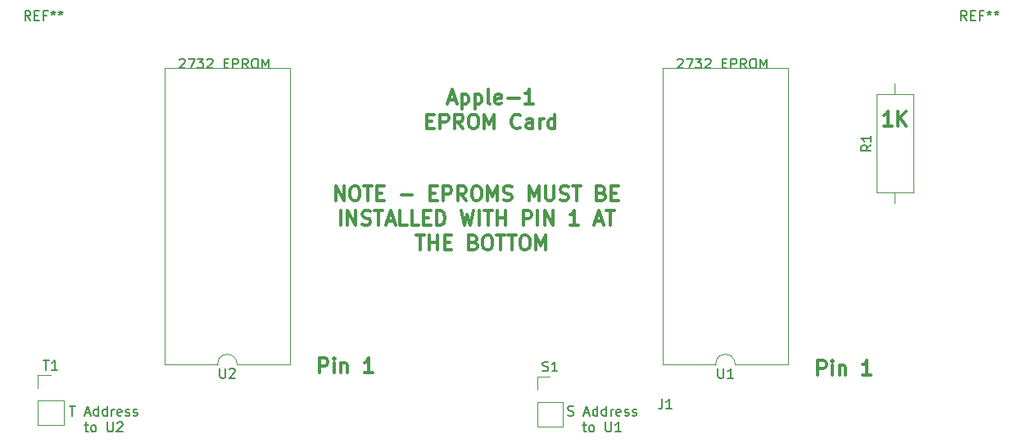
<source format=gto>
G04 #@! TF.GenerationSoftware,KiCad,Pcbnew,(5.1.12)-1*
G04 #@! TF.CreationDate,2022-10-28T14:48:17+01:00*
G04 #@! TF.ProjectId,Apple-1 EPROM,4170706c-652d-4312-9045-50524f4d2e6b,rev?*
G04 #@! TF.SameCoordinates,Original*
G04 #@! TF.FileFunction,Legend,Top*
G04 #@! TF.FilePolarity,Positive*
%FSLAX46Y46*%
G04 Gerber Fmt 4.6, Leading zero omitted, Abs format (unit mm)*
G04 Created by KiCad (PCBNEW (5.1.12)-1) date 2022-10-28 14:48:17*
%MOMM*%
%LPD*%
G01*
G04 APERTURE LIST*
%ADD10C,0.300000*%
%ADD11C,0.150000*%
%ADD12C,0.120000*%
%ADD13C,3.200000*%
%ADD14R,1.700000X1.700000*%
%ADD15O,1.700000X1.700000*%
%ADD16R,1.600000X1.600000*%
%ADD17O,1.600000X1.600000*%
%ADD18C,2.400000*%
%ADD19O,2.400000X2.400000*%
%ADD20R,2.540000X10.000000*%
G04 APERTURE END LIST*
D10*
X145311914Y-131036031D02*
X145311914Y-129536031D01*
X145883342Y-129536031D01*
X146026200Y-129607460D01*
X146097628Y-129678888D01*
X146169057Y-129821745D01*
X146169057Y-130036031D01*
X146097628Y-130178888D01*
X146026200Y-130250317D01*
X145883342Y-130321745D01*
X145311914Y-130321745D01*
X146811914Y-131036031D02*
X146811914Y-130036031D01*
X146811914Y-129536031D02*
X146740485Y-129607460D01*
X146811914Y-129678888D01*
X146883342Y-129607460D01*
X146811914Y-129536031D01*
X146811914Y-129678888D01*
X147526200Y-130036031D02*
X147526200Y-131036031D01*
X147526200Y-130178888D02*
X147597628Y-130107460D01*
X147740485Y-130036031D01*
X147954771Y-130036031D01*
X148097628Y-130107460D01*
X148169057Y-130250317D01*
X148169057Y-131036031D01*
X150811914Y-131036031D02*
X149954771Y-131036031D01*
X150383342Y-131036031D02*
X150383342Y-129536031D01*
X150240485Y-129750317D01*
X150097628Y-129893174D01*
X149954771Y-129964602D01*
X196811914Y-131286031D02*
X196811914Y-129786031D01*
X197383342Y-129786031D01*
X197526200Y-129857460D01*
X197597628Y-129928888D01*
X197669057Y-130071745D01*
X197669057Y-130286031D01*
X197597628Y-130428888D01*
X197526200Y-130500317D01*
X197383342Y-130571745D01*
X196811914Y-130571745D01*
X198311914Y-131286031D02*
X198311914Y-130286031D01*
X198311914Y-129786031D02*
X198240485Y-129857460D01*
X198311914Y-129928888D01*
X198383342Y-129857460D01*
X198311914Y-129786031D01*
X198311914Y-129928888D01*
X199026200Y-130286031D02*
X199026200Y-131286031D01*
X199026200Y-130428888D02*
X199097628Y-130357460D01*
X199240485Y-130286031D01*
X199454771Y-130286031D01*
X199597628Y-130357460D01*
X199669057Y-130500317D01*
X199669057Y-131286031D01*
X202311914Y-131286031D02*
X201454771Y-131286031D01*
X201883342Y-131286031D02*
X201883342Y-129786031D01*
X201740485Y-130000317D01*
X201597628Y-130143174D01*
X201454771Y-130214602D01*
X146954771Y-113236031D02*
X146954771Y-111736031D01*
X147811914Y-113236031D01*
X147811914Y-111736031D01*
X148811914Y-111736031D02*
X149097628Y-111736031D01*
X149240485Y-111807460D01*
X149383342Y-111950317D01*
X149454771Y-112236031D01*
X149454771Y-112736031D01*
X149383342Y-113021745D01*
X149240485Y-113164602D01*
X149097628Y-113236031D01*
X148811914Y-113236031D01*
X148669057Y-113164602D01*
X148526200Y-113021745D01*
X148454771Y-112736031D01*
X148454771Y-112236031D01*
X148526200Y-111950317D01*
X148669057Y-111807460D01*
X148811914Y-111736031D01*
X149883342Y-111736031D02*
X150740485Y-111736031D01*
X150311914Y-113236031D02*
X150311914Y-111736031D01*
X151240485Y-112450317D02*
X151740485Y-112450317D01*
X151954771Y-113236031D02*
X151240485Y-113236031D01*
X151240485Y-111736031D01*
X151954771Y-111736031D01*
X153740485Y-112664602D02*
X154883342Y-112664602D01*
X156740485Y-112450317D02*
X157240485Y-112450317D01*
X157454771Y-113236031D02*
X156740485Y-113236031D01*
X156740485Y-111736031D01*
X157454771Y-111736031D01*
X158097628Y-113236031D02*
X158097628Y-111736031D01*
X158669057Y-111736031D01*
X158811914Y-111807460D01*
X158883342Y-111878888D01*
X158954771Y-112021745D01*
X158954771Y-112236031D01*
X158883342Y-112378888D01*
X158811914Y-112450317D01*
X158669057Y-112521745D01*
X158097628Y-112521745D01*
X160454771Y-113236031D02*
X159954771Y-112521745D01*
X159597628Y-113236031D02*
X159597628Y-111736031D01*
X160169057Y-111736031D01*
X160311914Y-111807460D01*
X160383342Y-111878888D01*
X160454771Y-112021745D01*
X160454771Y-112236031D01*
X160383342Y-112378888D01*
X160311914Y-112450317D01*
X160169057Y-112521745D01*
X159597628Y-112521745D01*
X161383342Y-111736031D02*
X161669057Y-111736031D01*
X161811914Y-111807460D01*
X161954771Y-111950317D01*
X162026200Y-112236031D01*
X162026200Y-112736031D01*
X161954771Y-113021745D01*
X161811914Y-113164602D01*
X161669057Y-113236031D01*
X161383342Y-113236031D01*
X161240485Y-113164602D01*
X161097628Y-113021745D01*
X161026200Y-112736031D01*
X161026200Y-112236031D01*
X161097628Y-111950317D01*
X161240485Y-111807460D01*
X161383342Y-111736031D01*
X162669057Y-113236031D02*
X162669057Y-111736031D01*
X163169057Y-112807460D01*
X163669057Y-111736031D01*
X163669057Y-113236031D01*
X164311914Y-113164602D02*
X164526200Y-113236031D01*
X164883342Y-113236031D01*
X165026200Y-113164602D01*
X165097628Y-113093174D01*
X165169057Y-112950317D01*
X165169057Y-112807460D01*
X165097628Y-112664602D01*
X165026200Y-112593174D01*
X164883342Y-112521745D01*
X164597628Y-112450317D01*
X164454771Y-112378888D01*
X164383342Y-112307460D01*
X164311914Y-112164602D01*
X164311914Y-112021745D01*
X164383342Y-111878888D01*
X164454771Y-111807460D01*
X164597628Y-111736031D01*
X164954771Y-111736031D01*
X165169057Y-111807460D01*
X166954771Y-113236031D02*
X166954771Y-111736031D01*
X167454771Y-112807460D01*
X167954771Y-111736031D01*
X167954771Y-113236031D01*
X168669057Y-111736031D02*
X168669057Y-112950317D01*
X168740485Y-113093174D01*
X168811914Y-113164602D01*
X168954771Y-113236031D01*
X169240485Y-113236031D01*
X169383342Y-113164602D01*
X169454771Y-113093174D01*
X169526200Y-112950317D01*
X169526200Y-111736031D01*
X170169057Y-113164602D02*
X170383342Y-113236031D01*
X170740485Y-113236031D01*
X170883342Y-113164602D01*
X170954771Y-113093174D01*
X171026200Y-112950317D01*
X171026200Y-112807460D01*
X170954771Y-112664602D01*
X170883342Y-112593174D01*
X170740485Y-112521745D01*
X170454771Y-112450317D01*
X170311914Y-112378888D01*
X170240485Y-112307460D01*
X170169057Y-112164602D01*
X170169057Y-112021745D01*
X170240485Y-111878888D01*
X170311914Y-111807460D01*
X170454771Y-111736031D01*
X170811914Y-111736031D01*
X171026200Y-111807460D01*
X171454771Y-111736031D02*
X172311914Y-111736031D01*
X171883342Y-113236031D02*
X171883342Y-111736031D01*
X174454771Y-112450317D02*
X174669057Y-112521745D01*
X174740485Y-112593174D01*
X174811914Y-112736031D01*
X174811914Y-112950317D01*
X174740485Y-113093174D01*
X174669057Y-113164602D01*
X174526200Y-113236031D01*
X173954771Y-113236031D01*
X173954771Y-111736031D01*
X174454771Y-111736031D01*
X174597628Y-111807460D01*
X174669057Y-111878888D01*
X174740485Y-112021745D01*
X174740485Y-112164602D01*
X174669057Y-112307460D01*
X174597628Y-112378888D01*
X174454771Y-112450317D01*
X173954771Y-112450317D01*
X175454771Y-112450317D02*
X175954771Y-112450317D01*
X176169057Y-113236031D02*
X175454771Y-113236031D01*
X175454771Y-111736031D01*
X176169057Y-111736031D01*
X147490485Y-115786031D02*
X147490485Y-114286031D01*
X148204771Y-115786031D02*
X148204771Y-114286031D01*
X149061914Y-115786031D01*
X149061914Y-114286031D01*
X149704771Y-115714602D02*
X149919057Y-115786031D01*
X150276200Y-115786031D01*
X150419057Y-115714602D01*
X150490485Y-115643174D01*
X150561914Y-115500317D01*
X150561914Y-115357460D01*
X150490485Y-115214602D01*
X150419057Y-115143174D01*
X150276200Y-115071745D01*
X149990485Y-115000317D01*
X149847628Y-114928888D01*
X149776200Y-114857460D01*
X149704771Y-114714602D01*
X149704771Y-114571745D01*
X149776200Y-114428888D01*
X149847628Y-114357460D01*
X149990485Y-114286031D01*
X150347628Y-114286031D01*
X150561914Y-114357460D01*
X150990485Y-114286031D02*
X151847628Y-114286031D01*
X151419057Y-115786031D02*
X151419057Y-114286031D01*
X152276200Y-115357460D02*
X152990485Y-115357460D01*
X152133342Y-115786031D02*
X152633342Y-114286031D01*
X153133342Y-115786031D01*
X154347628Y-115786031D02*
X153633342Y-115786031D01*
X153633342Y-114286031D01*
X155561914Y-115786031D02*
X154847628Y-115786031D01*
X154847628Y-114286031D01*
X156061914Y-115000317D02*
X156561914Y-115000317D01*
X156776200Y-115786031D02*
X156061914Y-115786031D01*
X156061914Y-114286031D01*
X156776200Y-114286031D01*
X157419057Y-115786031D02*
X157419057Y-114286031D01*
X157776200Y-114286031D01*
X157990485Y-114357460D01*
X158133342Y-114500317D01*
X158204771Y-114643174D01*
X158276200Y-114928888D01*
X158276200Y-115143174D01*
X158204771Y-115428888D01*
X158133342Y-115571745D01*
X157990485Y-115714602D01*
X157776200Y-115786031D01*
X157419057Y-115786031D01*
X159919057Y-114286031D02*
X160276200Y-115786031D01*
X160561914Y-114714602D01*
X160847628Y-115786031D01*
X161204771Y-114286031D01*
X161776200Y-115786031D02*
X161776200Y-114286031D01*
X162276200Y-114286031D02*
X163133342Y-114286031D01*
X162704771Y-115786031D02*
X162704771Y-114286031D01*
X163633342Y-115786031D02*
X163633342Y-114286031D01*
X163633342Y-115000317D02*
X164490485Y-115000317D01*
X164490485Y-115786031D02*
X164490485Y-114286031D01*
X166347628Y-115786031D02*
X166347628Y-114286031D01*
X166919057Y-114286031D01*
X167061914Y-114357460D01*
X167133342Y-114428888D01*
X167204771Y-114571745D01*
X167204771Y-114786031D01*
X167133342Y-114928888D01*
X167061914Y-115000317D01*
X166919057Y-115071745D01*
X166347628Y-115071745D01*
X167847628Y-115786031D02*
X167847628Y-114286031D01*
X168561914Y-115786031D02*
X168561914Y-114286031D01*
X169419057Y-115786031D01*
X169419057Y-114286031D01*
X172061914Y-115786031D02*
X171204771Y-115786031D01*
X171633342Y-115786031D02*
X171633342Y-114286031D01*
X171490485Y-114500317D01*
X171347628Y-114643174D01*
X171204771Y-114714602D01*
X173776200Y-115357460D02*
X174490485Y-115357460D01*
X173633342Y-115786031D02*
X174133342Y-114286031D01*
X174633342Y-115786031D01*
X174919057Y-114286031D02*
X175776200Y-114286031D01*
X175347628Y-115786031D02*
X175347628Y-114286031D01*
X155311914Y-116836031D02*
X156169057Y-116836031D01*
X155740485Y-118336031D02*
X155740485Y-116836031D01*
X156669057Y-118336031D02*
X156669057Y-116836031D01*
X156669057Y-117550317D02*
X157526200Y-117550317D01*
X157526200Y-118336031D02*
X157526200Y-116836031D01*
X158240485Y-117550317D02*
X158740485Y-117550317D01*
X158954771Y-118336031D02*
X158240485Y-118336031D01*
X158240485Y-116836031D01*
X158954771Y-116836031D01*
X161240485Y-117550317D02*
X161454771Y-117621745D01*
X161526200Y-117693174D01*
X161597628Y-117836031D01*
X161597628Y-118050317D01*
X161526200Y-118193174D01*
X161454771Y-118264602D01*
X161311914Y-118336031D01*
X160740485Y-118336031D01*
X160740485Y-116836031D01*
X161240485Y-116836031D01*
X161383342Y-116907460D01*
X161454771Y-116978888D01*
X161526200Y-117121745D01*
X161526200Y-117264602D01*
X161454771Y-117407460D01*
X161383342Y-117478888D01*
X161240485Y-117550317D01*
X160740485Y-117550317D01*
X162526200Y-116836031D02*
X162811914Y-116836031D01*
X162954771Y-116907460D01*
X163097628Y-117050317D01*
X163169057Y-117336031D01*
X163169057Y-117836031D01*
X163097628Y-118121745D01*
X162954771Y-118264602D01*
X162811914Y-118336031D01*
X162526200Y-118336031D01*
X162383342Y-118264602D01*
X162240485Y-118121745D01*
X162169057Y-117836031D01*
X162169057Y-117336031D01*
X162240485Y-117050317D01*
X162383342Y-116907460D01*
X162526200Y-116836031D01*
X163597628Y-116836031D02*
X164454771Y-116836031D01*
X164026200Y-118336031D02*
X164026200Y-116836031D01*
X164740485Y-116836031D02*
X165597628Y-116836031D01*
X165169057Y-118336031D02*
X165169057Y-116836031D01*
X166383342Y-116836031D02*
X166669057Y-116836031D01*
X166811914Y-116907460D01*
X166954771Y-117050317D01*
X167026200Y-117336031D01*
X167026200Y-117836031D01*
X166954771Y-118121745D01*
X166811914Y-118264602D01*
X166669057Y-118336031D01*
X166383342Y-118336031D01*
X166240485Y-118264602D01*
X166097628Y-118121745D01*
X166026200Y-117836031D01*
X166026200Y-117336031D01*
X166097628Y-117050317D01*
X166240485Y-116907460D01*
X166383342Y-116836031D01*
X167669057Y-118336031D02*
X167669057Y-116836031D01*
X168169057Y-117907460D01*
X168669057Y-116836031D01*
X168669057Y-118336031D01*
X204454771Y-105536031D02*
X203597628Y-105536031D01*
X204026200Y-105536031D02*
X204026200Y-104036031D01*
X203883342Y-104250317D01*
X203740485Y-104393174D01*
X203597628Y-104464602D01*
X205097628Y-105536031D02*
X205097628Y-104036031D01*
X205954771Y-105536031D02*
X205311914Y-104678888D01*
X205954771Y-104036031D02*
X205097628Y-104893174D01*
D11*
X170978580Y-135437221D02*
X171121438Y-135484840D01*
X171359533Y-135484840D01*
X171454771Y-135437221D01*
X171502390Y-135389602D01*
X171550009Y-135294364D01*
X171550009Y-135199126D01*
X171502390Y-135103888D01*
X171454771Y-135056269D01*
X171359533Y-135008650D01*
X171169057Y-134961031D01*
X171073819Y-134913412D01*
X171026200Y-134865793D01*
X170978580Y-134770555D01*
X170978580Y-134675317D01*
X171026200Y-134580079D01*
X171073819Y-134532460D01*
X171169057Y-134484840D01*
X171407152Y-134484840D01*
X171550009Y-134532460D01*
X172692866Y-135199126D02*
X173169057Y-135199126D01*
X172597628Y-135484840D02*
X172930961Y-134484840D01*
X173264295Y-135484840D01*
X174026200Y-135484840D02*
X174026200Y-134484840D01*
X174026200Y-135437221D02*
X173930961Y-135484840D01*
X173740485Y-135484840D01*
X173645247Y-135437221D01*
X173597628Y-135389602D01*
X173550009Y-135294364D01*
X173550009Y-135008650D01*
X173597628Y-134913412D01*
X173645247Y-134865793D01*
X173740485Y-134818174D01*
X173930961Y-134818174D01*
X174026200Y-134865793D01*
X174930961Y-135484840D02*
X174930961Y-134484840D01*
X174930961Y-135437221D02*
X174835723Y-135484840D01*
X174645247Y-135484840D01*
X174550009Y-135437221D01*
X174502390Y-135389602D01*
X174454771Y-135294364D01*
X174454771Y-135008650D01*
X174502390Y-134913412D01*
X174550009Y-134865793D01*
X174645247Y-134818174D01*
X174835723Y-134818174D01*
X174930961Y-134865793D01*
X175407152Y-135484840D02*
X175407152Y-134818174D01*
X175407152Y-135008650D02*
X175454771Y-134913412D01*
X175502390Y-134865793D01*
X175597628Y-134818174D01*
X175692866Y-134818174D01*
X176407152Y-135437221D02*
X176311914Y-135484840D01*
X176121438Y-135484840D01*
X176026200Y-135437221D01*
X175978580Y-135341983D01*
X175978580Y-134961031D01*
X176026200Y-134865793D01*
X176121438Y-134818174D01*
X176311914Y-134818174D01*
X176407152Y-134865793D01*
X176454771Y-134961031D01*
X176454771Y-135056269D01*
X175978580Y-135151507D01*
X176835723Y-135437221D02*
X176930961Y-135484840D01*
X177121438Y-135484840D01*
X177216676Y-135437221D01*
X177264295Y-135341983D01*
X177264295Y-135294364D01*
X177216676Y-135199126D01*
X177121438Y-135151507D01*
X176978580Y-135151507D01*
X176883342Y-135103888D01*
X176835723Y-135008650D01*
X176835723Y-134961031D01*
X176883342Y-134865793D01*
X176978580Y-134818174D01*
X177121438Y-134818174D01*
X177216676Y-134865793D01*
X177645247Y-135437221D02*
X177740485Y-135484840D01*
X177930961Y-135484840D01*
X178026200Y-135437221D01*
X178073819Y-135341983D01*
X178073819Y-135294364D01*
X178026200Y-135199126D01*
X177930961Y-135151507D01*
X177788104Y-135151507D01*
X177692866Y-135103888D01*
X177645247Y-135008650D01*
X177645247Y-134961031D01*
X177692866Y-134865793D01*
X177788104Y-134818174D01*
X177930961Y-134818174D01*
X178026200Y-134865793D01*
X172502390Y-136468174D02*
X172883342Y-136468174D01*
X172645247Y-136134840D02*
X172645247Y-136991983D01*
X172692866Y-137087221D01*
X172788104Y-137134840D01*
X172883342Y-137134840D01*
X173359533Y-137134840D02*
X173264295Y-137087221D01*
X173216676Y-137039602D01*
X173169057Y-136944364D01*
X173169057Y-136658650D01*
X173216676Y-136563412D01*
X173264295Y-136515793D01*
X173359533Y-136468174D01*
X173502390Y-136468174D01*
X173597628Y-136515793D01*
X173645247Y-136563412D01*
X173692866Y-136658650D01*
X173692866Y-136944364D01*
X173645247Y-137039602D01*
X173597628Y-137087221D01*
X173502390Y-137134840D01*
X173359533Y-137134840D01*
X174883342Y-136134840D02*
X174883342Y-136944364D01*
X174930961Y-137039602D01*
X174978580Y-137087221D01*
X175073819Y-137134840D01*
X175264295Y-137134840D01*
X175359533Y-137087221D01*
X175407152Y-137039602D01*
X175454771Y-136944364D01*
X175454771Y-136134840D01*
X176454771Y-137134840D02*
X175883342Y-137134840D01*
X176169057Y-137134840D02*
X176169057Y-136134840D01*
X176073819Y-136277698D01*
X175978580Y-136372936D01*
X175883342Y-136420555D01*
X119478580Y-134484840D02*
X120050009Y-134484840D01*
X119764295Y-135484840D02*
X119764295Y-134484840D01*
X121097628Y-135199126D02*
X121573819Y-135199126D01*
X121002390Y-135484840D02*
X121335723Y-134484840D01*
X121669057Y-135484840D01*
X122430961Y-135484840D02*
X122430961Y-134484840D01*
X122430961Y-135437221D02*
X122335723Y-135484840D01*
X122145247Y-135484840D01*
X122050009Y-135437221D01*
X122002390Y-135389602D01*
X121954771Y-135294364D01*
X121954771Y-135008650D01*
X122002390Y-134913412D01*
X122050009Y-134865793D01*
X122145247Y-134818174D01*
X122335723Y-134818174D01*
X122430961Y-134865793D01*
X123335723Y-135484840D02*
X123335723Y-134484840D01*
X123335723Y-135437221D02*
X123240485Y-135484840D01*
X123050009Y-135484840D01*
X122954771Y-135437221D01*
X122907152Y-135389602D01*
X122859533Y-135294364D01*
X122859533Y-135008650D01*
X122907152Y-134913412D01*
X122954771Y-134865793D01*
X123050009Y-134818174D01*
X123240485Y-134818174D01*
X123335723Y-134865793D01*
X123811914Y-135484840D02*
X123811914Y-134818174D01*
X123811914Y-135008650D02*
X123859533Y-134913412D01*
X123907152Y-134865793D01*
X124002390Y-134818174D01*
X124097628Y-134818174D01*
X124811914Y-135437221D02*
X124716676Y-135484840D01*
X124526200Y-135484840D01*
X124430961Y-135437221D01*
X124383342Y-135341983D01*
X124383342Y-134961031D01*
X124430961Y-134865793D01*
X124526200Y-134818174D01*
X124716676Y-134818174D01*
X124811914Y-134865793D01*
X124859533Y-134961031D01*
X124859533Y-135056269D01*
X124383342Y-135151507D01*
X125240485Y-135437221D02*
X125335723Y-135484840D01*
X125526200Y-135484840D01*
X125621438Y-135437221D01*
X125669057Y-135341983D01*
X125669057Y-135294364D01*
X125621438Y-135199126D01*
X125526200Y-135151507D01*
X125383342Y-135151507D01*
X125288104Y-135103888D01*
X125240485Y-135008650D01*
X125240485Y-134961031D01*
X125288104Y-134865793D01*
X125383342Y-134818174D01*
X125526200Y-134818174D01*
X125621438Y-134865793D01*
X126050009Y-135437221D02*
X126145247Y-135484840D01*
X126335723Y-135484840D01*
X126430961Y-135437221D01*
X126478580Y-135341983D01*
X126478580Y-135294364D01*
X126430961Y-135199126D01*
X126335723Y-135151507D01*
X126192866Y-135151507D01*
X126097628Y-135103888D01*
X126050009Y-135008650D01*
X126050009Y-134961031D01*
X126097628Y-134865793D01*
X126192866Y-134818174D01*
X126335723Y-134818174D01*
X126430961Y-134865793D01*
X121002390Y-136468174D02*
X121383342Y-136468174D01*
X121145247Y-136134840D02*
X121145247Y-136991983D01*
X121192866Y-137087221D01*
X121288104Y-137134840D01*
X121383342Y-137134840D01*
X121859533Y-137134840D02*
X121764295Y-137087221D01*
X121716676Y-137039602D01*
X121669057Y-136944364D01*
X121669057Y-136658650D01*
X121716676Y-136563412D01*
X121764295Y-136515793D01*
X121859533Y-136468174D01*
X122002390Y-136468174D01*
X122097628Y-136515793D01*
X122145247Y-136563412D01*
X122192866Y-136658650D01*
X122192866Y-136944364D01*
X122145247Y-137039602D01*
X122097628Y-137087221D01*
X122002390Y-137134840D01*
X121859533Y-137134840D01*
X123383342Y-136134840D02*
X123383342Y-136944364D01*
X123430961Y-137039602D01*
X123478580Y-137087221D01*
X123573819Y-137134840D01*
X123764295Y-137134840D01*
X123859533Y-137087221D01*
X123907152Y-137039602D01*
X123954771Y-136944364D01*
X123954771Y-136134840D01*
X124383342Y-136230079D02*
X124430961Y-136182460D01*
X124526200Y-136134840D01*
X124764295Y-136134840D01*
X124859533Y-136182460D01*
X124907152Y-136230079D01*
X124954771Y-136325317D01*
X124954771Y-136420555D01*
X124907152Y-136563412D01*
X124335723Y-137134840D01*
X124954771Y-137134840D01*
X182303342Y-98655079D02*
X182350961Y-98607460D01*
X182446200Y-98559840D01*
X182684295Y-98559840D01*
X182779533Y-98607460D01*
X182827152Y-98655079D01*
X182874771Y-98750317D01*
X182874771Y-98845555D01*
X182827152Y-98988412D01*
X182255723Y-99559840D01*
X182874771Y-99559840D01*
X183208104Y-98559840D02*
X183874771Y-98559840D01*
X183446200Y-99559840D01*
X184160485Y-98559840D02*
X184779533Y-98559840D01*
X184446200Y-98940793D01*
X184589057Y-98940793D01*
X184684295Y-98988412D01*
X184731914Y-99036031D01*
X184779533Y-99131269D01*
X184779533Y-99369364D01*
X184731914Y-99464602D01*
X184684295Y-99512221D01*
X184589057Y-99559840D01*
X184303342Y-99559840D01*
X184208104Y-99512221D01*
X184160485Y-99464602D01*
X185160485Y-98655079D02*
X185208104Y-98607460D01*
X185303342Y-98559840D01*
X185541438Y-98559840D01*
X185636676Y-98607460D01*
X185684295Y-98655079D01*
X185731914Y-98750317D01*
X185731914Y-98845555D01*
X185684295Y-98988412D01*
X185112866Y-99559840D01*
X185731914Y-99559840D01*
X186922390Y-99036031D02*
X187255723Y-99036031D01*
X187398580Y-99559840D02*
X186922390Y-99559840D01*
X186922390Y-98559840D01*
X187398580Y-98559840D01*
X187827152Y-99559840D02*
X187827152Y-98559840D01*
X188208104Y-98559840D01*
X188303342Y-98607460D01*
X188350961Y-98655079D01*
X188398580Y-98750317D01*
X188398580Y-98893174D01*
X188350961Y-98988412D01*
X188303342Y-99036031D01*
X188208104Y-99083650D01*
X187827152Y-99083650D01*
X189398580Y-99559840D02*
X189065247Y-99083650D01*
X188827152Y-99559840D02*
X188827152Y-98559840D01*
X189208104Y-98559840D01*
X189303342Y-98607460D01*
X189350961Y-98655079D01*
X189398580Y-98750317D01*
X189398580Y-98893174D01*
X189350961Y-98988412D01*
X189303342Y-99036031D01*
X189208104Y-99083650D01*
X188827152Y-99083650D01*
X190017628Y-98559840D02*
X190208104Y-98559840D01*
X190303342Y-98607460D01*
X190398580Y-98702698D01*
X190446200Y-98893174D01*
X190446200Y-99226507D01*
X190398580Y-99416983D01*
X190303342Y-99512221D01*
X190208104Y-99559840D01*
X190017628Y-99559840D01*
X189922390Y-99512221D01*
X189827152Y-99416983D01*
X189779533Y-99226507D01*
X189779533Y-98893174D01*
X189827152Y-98702698D01*
X189922390Y-98607460D01*
X190017628Y-98559840D01*
X190874771Y-99559840D02*
X190874771Y-98559840D01*
X191208104Y-99274126D01*
X191541438Y-98559840D01*
X191541438Y-99559840D01*
X130823342Y-98655079D02*
X130870961Y-98607460D01*
X130966200Y-98559840D01*
X131204295Y-98559840D01*
X131299533Y-98607460D01*
X131347152Y-98655079D01*
X131394771Y-98750317D01*
X131394771Y-98845555D01*
X131347152Y-98988412D01*
X130775723Y-99559840D01*
X131394771Y-99559840D01*
X131728104Y-98559840D02*
X132394771Y-98559840D01*
X131966200Y-99559840D01*
X132680485Y-98559840D02*
X133299533Y-98559840D01*
X132966200Y-98940793D01*
X133109057Y-98940793D01*
X133204295Y-98988412D01*
X133251914Y-99036031D01*
X133299533Y-99131269D01*
X133299533Y-99369364D01*
X133251914Y-99464602D01*
X133204295Y-99512221D01*
X133109057Y-99559840D01*
X132823342Y-99559840D01*
X132728104Y-99512221D01*
X132680485Y-99464602D01*
X133680485Y-98655079D02*
X133728104Y-98607460D01*
X133823342Y-98559840D01*
X134061438Y-98559840D01*
X134156676Y-98607460D01*
X134204295Y-98655079D01*
X134251914Y-98750317D01*
X134251914Y-98845555D01*
X134204295Y-98988412D01*
X133632866Y-99559840D01*
X134251914Y-99559840D01*
X135442390Y-99036031D02*
X135775723Y-99036031D01*
X135918580Y-99559840D02*
X135442390Y-99559840D01*
X135442390Y-98559840D01*
X135918580Y-98559840D01*
X136347152Y-99559840D02*
X136347152Y-98559840D01*
X136728104Y-98559840D01*
X136823342Y-98607460D01*
X136870961Y-98655079D01*
X136918580Y-98750317D01*
X136918580Y-98893174D01*
X136870961Y-98988412D01*
X136823342Y-99036031D01*
X136728104Y-99083650D01*
X136347152Y-99083650D01*
X137918580Y-99559840D02*
X137585247Y-99083650D01*
X137347152Y-99559840D02*
X137347152Y-98559840D01*
X137728104Y-98559840D01*
X137823342Y-98607460D01*
X137870961Y-98655079D01*
X137918580Y-98750317D01*
X137918580Y-98893174D01*
X137870961Y-98988412D01*
X137823342Y-99036031D01*
X137728104Y-99083650D01*
X137347152Y-99083650D01*
X138537628Y-98559840D02*
X138728104Y-98559840D01*
X138823342Y-98607460D01*
X138918580Y-98702698D01*
X138966200Y-98893174D01*
X138966200Y-99226507D01*
X138918580Y-99416983D01*
X138823342Y-99512221D01*
X138728104Y-99559840D01*
X138537628Y-99559840D01*
X138442390Y-99512221D01*
X138347152Y-99416983D01*
X138299533Y-99226507D01*
X138299533Y-98893174D01*
X138347152Y-98702698D01*
X138442390Y-98607460D01*
X138537628Y-98559840D01*
X139394771Y-99559840D02*
X139394771Y-98559840D01*
X139728104Y-99274126D01*
X140061438Y-98559840D01*
X140061438Y-99559840D01*
D10*
X158633342Y-102832460D02*
X159347628Y-102832460D01*
X158490485Y-103261031D02*
X158990485Y-101761031D01*
X159490485Y-103261031D01*
X159990485Y-102261031D02*
X159990485Y-103761031D01*
X159990485Y-102332460D02*
X160133342Y-102261031D01*
X160419057Y-102261031D01*
X160561914Y-102332460D01*
X160633342Y-102403888D01*
X160704771Y-102546745D01*
X160704771Y-102975317D01*
X160633342Y-103118174D01*
X160561914Y-103189602D01*
X160419057Y-103261031D01*
X160133342Y-103261031D01*
X159990485Y-103189602D01*
X161347628Y-102261031D02*
X161347628Y-103761031D01*
X161347628Y-102332460D02*
X161490485Y-102261031D01*
X161776200Y-102261031D01*
X161919057Y-102332460D01*
X161990485Y-102403888D01*
X162061914Y-102546745D01*
X162061914Y-102975317D01*
X161990485Y-103118174D01*
X161919057Y-103189602D01*
X161776200Y-103261031D01*
X161490485Y-103261031D01*
X161347628Y-103189602D01*
X162919057Y-103261031D02*
X162776200Y-103189602D01*
X162704771Y-103046745D01*
X162704771Y-101761031D01*
X164061914Y-103189602D02*
X163919057Y-103261031D01*
X163633342Y-103261031D01*
X163490485Y-103189602D01*
X163419057Y-103046745D01*
X163419057Y-102475317D01*
X163490485Y-102332460D01*
X163633342Y-102261031D01*
X163919057Y-102261031D01*
X164061914Y-102332460D01*
X164133342Y-102475317D01*
X164133342Y-102618174D01*
X163419057Y-102761031D01*
X164776200Y-102689602D02*
X165919057Y-102689602D01*
X167419057Y-103261031D02*
X166561914Y-103261031D01*
X166990485Y-103261031D02*
X166990485Y-101761031D01*
X166847628Y-101975317D01*
X166704771Y-102118174D01*
X166561914Y-102189602D01*
X156419057Y-105025317D02*
X156919057Y-105025317D01*
X157133342Y-105811031D02*
X156419057Y-105811031D01*
X156419057Y-104311031D01*
X157133342Y-104311031D01*
X157776200Y-105811031D02*
X157776200Y-104311031D01*
X158347628Y-104311031D01*
X158490485Y-104382460D01*
X158561914Y-104453888D01*
X158633342Y-104596745D01*
X158633342Y-104811031D01*
X158561914Y-104953888D01*
X158490485Y-105025317D01*
X158347628Y-105096745D01*
X157776200Y-105096745D01*
X160133342Y-105811031D02*
X159633342Y-105096745D01*
X159276200Y-105811031D02*
X159276200Y-104311031D01*
X159847628Y-104311031D01*
X159990485Y-104382460D01*
X160061914Y-104453888D01*
X160133342Y-104596745D01*
X160133342Y-104811031D01*
X160061914Y-104953888D01*
X159990485Y-105025317D01*
X159847628Y-105096745D01*
X159276200Y-105096745D01*
X161061914Y-104311031D02*
X161347628Y-104311031D01*
X161490485Y-104382460D01*
X161633342Y-104525317D01*
X161704771Y-104811031D01*
X161704771Y-105311031D01*
X161633342Y-105596745D01*
X161490485Y-105739602D01*
X161347628Y-105811031D01*
X161061914Y-105811031D01*
X160919057Y-105739602D01*
X160776200Y-105596745D01*
X160704771Y-105311031D01*
X160704771Y-104811031D01*
X160776200Y-104525317D01*
X160919057Y-104382460D01*
X161061914Y-104311031D01*
X162347628Y-105811031D02*
X162347628Y-104311031D01*
X162847628Y-105382460D01*
X163347628Y-104311031D01*
X163347628Y-105811031D01*
X166061914Y-105668174D02*
X165990485Y-105739602D01*
X165776200Y-105811031D01*
X165633342Y-105811031D01*
X165419057Y-105739602D01*
X165276200Y-105596745D01*
X165204771Y-105453888D01*
X165133342Y-105168174D01*
X165133342Y-104953888D01*
X165204771Y-104668174D01*
X165276200Y-104525317D01*
X165419057Y-104382460D01*
X165633342Y-104311031D01*
X165776200Y-104311031D01*
X165990485Y-104382460D01*
X166061914Y-104453888D01*
X167347628Y-105811031D02*
X167347628Y-105025317D01*
X167276200Y-104882460D01*
X167133342Y-104811031D01*
X166847628Y-104811031D01*
X166704771Y-104882460D01*
X167347628Y-105739602D02*
X167204771Y-105811031D01*
X166847628Y-105811031D01*
X166704771Y-105739602D01*
X166633342Y-105596745D01*
X166633342Y-105453888D01*
X166704771Y-105311031D01*
X166847628Y-105239602D01*
X167204771Y-105239602D01*
X167347628Y-105168174D01*
X168061914Y-105811031D02*
X168061914Y-104811031D01*
X168061914Y-105096745D02*
X168133342Y-104953888D01*
X168204771Y-104882460D01*
X168347628Y-104811031D01*
X168490485Y-104811031D01*
X169633342Y-105811031D02*
X169633342Y-104311031D01*
X169633342Y-105739602D02*
X169490485Y-105811031D01*
X169204771Y-105811031D01*
X169061914Y-105739602D01*
X168990485Y-105668174D01*
X168919057Y-105525317D01*
X168919057Y-105096745D01*
X168990485Y-104953888D01*
X169061914Y-104882460D01*
X169204771Y-104811031D01*
X169490485Y-104811031D01*
X169633342Y-104882460D01*
D12*
X116196200Y-136477460D02*
X118856200Y-136477460D01*
X116196200Y-133877460D02*
X116196200Y-136477460D01*
X118856200Y-133877460D02*
X118856200Y-136477460D01*
X116196200Y-133877460D02*
X118856200Y-133877460D01*
X116196200Y-132607460D02*
X116196200Y-131277460D01*
X116196200Y-131277460D02*
X117526200Y-131277460D01*
X180786200Y-130137460D02*
X186246200Y-130137460D01*
X180786200Y-99537460D02*
X180786200Y-130137460D01*
X193706200Y-99537460D02*
X180786200Y-99537460D01*
X193706200Y-130137460D02*
X193706200Y-99537460D01*
X188246200Y-130137460D02*
X193706200Y-130137460D01*
X186246200Y-130137460D02*
G75*
G02*
X188246200Y-130137460I1000000J0D01*
G01*
X167796200Y-131437460D02*
X169126200Y-131437460D01*
X167796200Y-132767460D02*
X167796200Y-131437460D01*
X167796200Y-134037460D02*
X170456200Y-134037460D01*
X170456200Y-134037460D02*
X170456200Y-136637460D01*
X167796200Y-134037460D02*
X167796200Y-136637460D01*
X167796200Y-136637460D02*
X170456200Y-136637460D01*
X204766200Y-101147460D02*
X204766200Y-102257460D01*
X204766200Y-113507460D02*
X204766200Y-112397460D01*
X202846200Y-102257460D02*
X202846200Y-112397460D01*
X206686200Y-102257460D02*
X202846200Y-102257460D01*
X206686200Y-112397460D02*
X206686200Y-102257460D01*
X202846200Y-112397460D02*
X206686200Y-112397460D01*
X136766200Y-130137460D02*
X142226200Y-130137460D01*
X142226200Y-130137460D02*
X142226200Y-99537460D01*
X142226200Y-99537460D02*
X129306200Y-99537460D01*
X129306200Y-99537460D02*
X129306200Y-130137460D01*
X129306200Y-130137460D02*
X134766200Y-130137460D01*
X134766200Y-130137460D02*
G75*
G02*
X136766200Y-130137460I1000000J0D01*
G01*
D11*
X212192866Y-94609840D02*
X211859533Y-94133650D01*
X211621438Y-94609840D02*
X211621438Y-93609840D01*
X212002390Y-93609840D01*
X212097628Y-93657460D01*
X212145247Y-93705079D01*
X212192866Y-93800317D01*
X212192866Y-93943174D01*
X212145247Y-94038412D01*
X212097628Y-94086031D01*
X212002390Y-94133650D01*
X211621438Y-94133650D01*
X212621438Y-94086031D02*
X212954771Y-94086031D01*
X213097628Y-94609840D02*
X212621438Y-94609840D01*
X212621438Y-93609840D01*
X213097628Y-93609840D01*
X213859533Y-94086031D02*
X213526200Y-94086031D01*
X213526200Y-94609840D02*
X213526200Y-93609840D01*
X214002390Y-93609840D01*
X214526200Y-93609840D02*
X214526200Y-93847936D01*
X214288104Y-93752698D02*
X214526200Y-93847936D01*
X214764295Y-93752698D01*
X214383342Y-94038412D02*
X214526200Y-93847936D01*
X214669057Y-94038412D01*
X215288104Y-93609840D02*
X215288104Y-93847936D01*
X215050009Y-93752698D02*
X215288104Y-93847936D01*
X215526200Y-93752698D01*
X215145247Y-94038412D02*
X215288104Y-93847936D01*
X215430961Y-94038412D01*
X115442866Y-94609840D02*
X115109533Y-94133650D01*
X114871438Y-94609840D02*
X114871438Y-93609840D01*
X115252390Y-93609840D01*
X115347628Y-93657460D01*
X115395247Y-93705079D01*
X115442866Y-93800317D01*
X115442866Y-93943174D01*
X115395247Y-94038412D01*
X115347628Y-94086031D01*
X115252390Y-94133650D01*
X114871438Y-94133650D01*
X115871438Y-94086031D02*
X116204771Y-94086031D01*
X116347628Y-94609840D02*
X115871438Y-94609840D01*
X115871438Y-93609840D01*
X116347628Y-93609840D01*
X117109533Y-94086031D02*
X116776200Y-94086031D01*
X116776200Y-94609840D02*
X116776200Y-93609840D01*
X117252390Y-93609840D01*
X117776200Y-93609840D02*
X117776200Y-93847936D01*
X117538104Y-93752698D02*
X117776200Y-93847936D01*
X118014295Y-93752698D01*
X117633342Y-94038412D02*
X117776200Y-93847936D01*
X117919057Y-94038412D01*
X118538104Y-93609840D02*
X118538104Y-93847936D01*
X118300009Y-93752698D02*
X118538104Y-93847936D01*
X118776200Y-93752698D01*
X118395247Y-94038412D02*
X118538104Y-93847936D01*
X118680961Y-94038412D01*
X116764295Y-129729840D02*
X117335723Y-129729840D01*
X117050009Y-130729840D02*
X117050009Y-129729840D01*
X118192866Y-130729840D02*
X117621438Y-130729840D01*
X117907152Y-130729840D02*
X117907152Y-129729840D01*
X117811914Y-129872698D01*
X117716676Y-129967936D01*
X117621438Y-130015555D01*
X186484295Y-130589840D02*
X186484295Y-131399364D01*
X186531914Y-131494602D01*
X186579533Y-131542221D01*
X186674771Y-131589840D01*
X186865247Y-131589840D01*
X186960485Y-131542221D01*
X187008104Y-131494602D01*
X187055723Y-131399364D01*
X187055723Y-130589840D01*
X188055723Y-131589840D02*
X187484295Y-131589840D01*
X187770009Y-131589840D02*
X187770009Y-130589840D01*
X187674771Y-130732698D01*
X187579533Y-130827936D01*
X187484295Y-130875555D01*
X168364295Y-130842221D02*
X168507152Y-130889840D01*
X168745247Y-130889840D01*
X168840485Y-130842221D01*
X168888104Y-130794602D01*
X168935723Y-130699364D01*
X168935723Y-130604126D01*
X168888104Y-130508888D01*
X168840485Y-130461269D01*
X168745247Y-130413650D01*
X168554771Y-130366031D01*
X168459533Y-130318412D01*
X168411914Y-130270793D01*
X168364295Y-130175555D01*
X168364295Y-130080317D01*
X168411914Y-129985079D01*
X168459533Y-129937460D01*
X168554771Y-129889840D01*
X168792866Y-129889840D01*
X168935723Y-129937460D01*
X169888104Y-130889840D02*
X169316676Y-130889840D01*
X169602390Y-130889840D02*
X169602390Y-129889840D01*
X169507152Y-130032698D01*
X169411914Y-130127936D01*
X169316676Y-130175555D01*
X202298580Y-107494126D02*
X201822390Y-107827460D01*
X202298580Y-108065555D02*
X201298580Y-108065555D01*
X201298580Y-107684602D01*
X201346200Y-107589364D01*
X201393819Y-107541745D01*
X201489057Y-107494126D01*
X201631914Y-107494126D01*
X201727152Y-107541745D01*
X201774771Y-107589364D01*
X201822390Y-107684602D01*
X201822390Y-108065555D01*
X202298580Y-106541745D02*
X202298580Y-107113174D01*
X202298580Y-106827460D02*
X201298580Y-106827460D01*
X201441438Y-106922698D01*
X201536676Y-107017936D01*
X201584295Y-107113174D01*
X135004295Y-130589840D02*
X135004295Y-131399364D01*
X135051914Y-131494602D01*
X135099533Y-131542221D01*
X135194771Y-131589840D01*
X135385247Y-131589840D01*
X135480485Y-131542221D01*
X135528104Y-131494602D01*
X135575723Y-131399364D01*
X135575723Y-130589840D01*
X136004295Y-130685079D02*
X136051914Y-130637460D01*
X136147152Y-130589840D01*
X136385247Y-130589840D01*
X136480485Y-130637460D01*
X136528104Y-130685079D01*
X136575723Y-130780317D01*
X136575723Y-130875555D01*
X136528104Y-131018412D01*
X135956676Y-131589840D01*
X136575723Y-131589840D01*
X180706666Y-133772380D02*
X180706666Y-134486666D01*
X180659047Y-134629523D01*
X180563809Y-134724761D01*
X180420952Y-134772380D01*
X180325714Y-134772380D01*
X181706666Y-134772380D02*
X181135238Y-134772380D01*
X181420952Y-134772380D02*
X181420952Y-133772380D01*
X181325714Y-133915238D01*
X181230476Y-134010476D01*
X181135238Y-134058095D01*
%LPC*%
D13*
X213526200Y-98357460D03*
X116776200Y-98357460D03*
D14*
X117526200Y-132607460D03*
D15*
X117526200Y-135147460D03*
D16*
X194866200Y-128807460D03*
D17*
X179626200Y-100867460D03*
X194866200Y-126267460D03*
X179626200Y-103407460D03*
X194866200Y-123727460D03*
X179626200Y-105947460D03*
X194866200Y-121187460D03*
X179626200Y-108487460D03*
X194866200Y-118647460D03*
X179626200Y-111027460D03*
X194866200Y-116107460D03*
X179626200Y-113567460D03*
X194866200Y-113567460D03*
X179626200Y-116107460D03*
X194866200Y-111027460D03*
X179626200Y-118647460D03*
X194866200Y-108487460D03*
X179626200Y-121187460D03*
X194866200Y-105947460D03*
X179626200Y-123727460D03*
X194866200Y-103407460D03*
X179626200Y-126267460D03*
X194866200Y-100867460D03*
X179626200Y-128807460D03*
D14*
X169126200Y-132767460D03*
D15*
X169126200Y-135307460D03*
D18*
X204766200Y-114947460D03*
D19*
X204766200Y-99707460D03*
D16*
X143386200Y-128807460D03*
D17*
X128146200Y-100867460D03*
X143386200Y-126267460D03*
X128146200Y-103407460D03*
X143386200Y-123727460D03*
X128146200Y-105947460D03*
X143386200Y-121187460D03*
X128146200Y-108487460D03*
X143386200Y-118647460D03*
X128146200Y-111027460D03*
X143386200Y-116107460D03*
X128146200Y-113567460D03*
X143386200Y-113567460D03*
X128146200Y-116107460D03*
X143386200Y-111027460D03*
X128146200Y-118647460D03*
X143386200Y-108487460D03*
X128146200Y-121187460D03*
X143386200Y-105947460D03*
X128146200Y-123727460D03*
X143386200Y-103407460D03*
X128146200Y-126267460D03*
X143386200Y-100867460D03*
X128146200Y-128807460D03*
D20*
X129560000Y-143580000D03*
X133520000Y-143580000D03*
X137480000Y-143580000D03*
X141440000Y-143580000D03*
X145400000Y-143580000D03*
X149360000Y-143580000D03*
X153320000Y-143580000D03*
X157280000Y-143580000D03*
X161240000Y-143580000D03*
X165200000Y-143580000D03*
X169160000Y-143580000D03*
X173120000Y-143580000D03*
X177080000Y-143580000D03*
X181040000Y-143580000D03*
X185000000Y-143580000D03*
X188960000Y-143580000D03*
X192920000Y-143580000D03*
X196880000Y-143580000D03*
X200840000Y-143580000D03*
X204800000Y-143580000D03*
X208760000Y-143580000D03*
X212720000Y-143580000D03*
M02*

</source>
